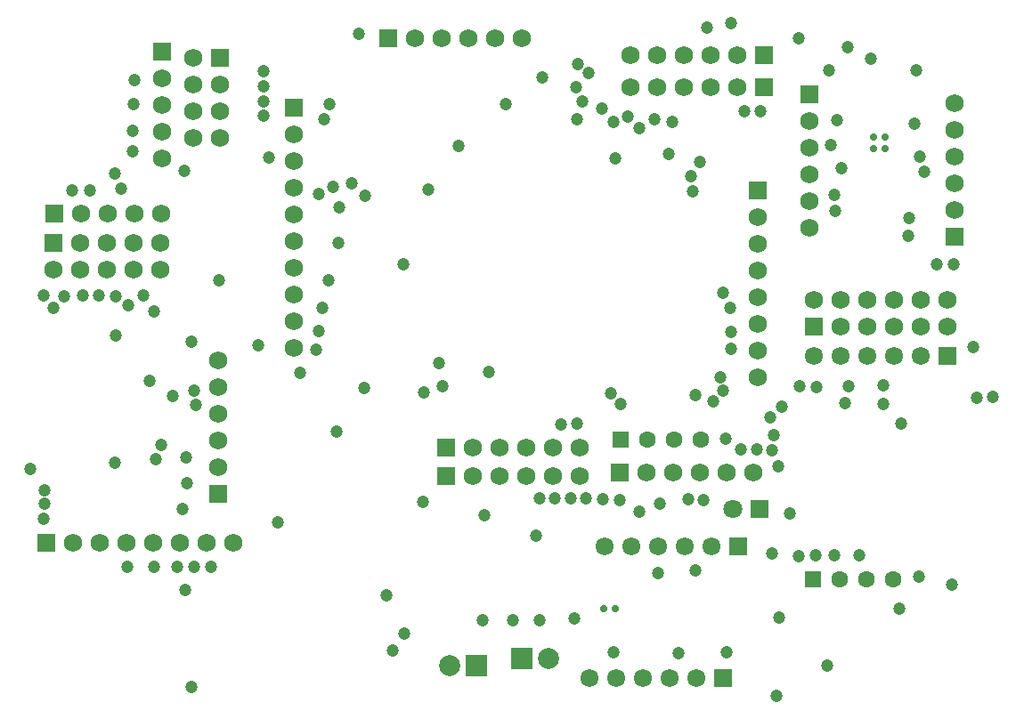
<source format=gbs>
G04 Layer_Color=16711935*
%FSLAX44Y44*%
%MOMM*%
G71*
G01*
G75*
%ADD107C,1.2032*%
%ADD140R,2.0032X2.0032*%
%ADD141C,2.0032*%
%ADD142R,1.7532X1.7532*%
%ADD143C,1.7532*%
%ADD144R,1.7232X1.7232*%
%ADD145C,1.7232*%
%ADD146R,1.7532X1.7532*%
%ADD147C,1.6032*%
%ADD148R,1.6032X1.6032*%
%ADD149R,1.8032X1.8032*%
%ADD150C,1.8032*%
%ADD151C,0.7032*%
D107*
X837500Y-48500D02*
D03*
X238000Y380500D02*
D03*
X233500Y434000D02*
D03*
Y420250D02*
D03*
Y448250D02*
D03*
Y462500D02*
D03*
X285500Y346000D02*
D03*
X157750Y368250D02*
D03*
X92000Y365750D02*
D03*
X98000Y351000D02*
D03*
X108750Y386750D02*
D03*
X68000Y349500D02*
D03*
X51250Y349750D02*
D03*
X324000Y498000D02*
D03*
X677500Y508500D02*
D03*
X655000Y504500D02*
D03*
X108750Y406000D02*
D03*
X294750Y263500D02*
D03*
X109250Y431250D02*
D03*
X536500Y434250D02*
D03*
X579500Y419750D02*
D03*
X590500Y409000D02*
D03*
X605000Y416750D02*
D03*
X621500Y414250D02*
D03*
X705750Y424750D02*
D03*
X690750Y424500D02*
D03*
X385967Y157000D02*
D03*
X403250Y162750D02*
D03*
X268250Y175750D02*
D03*
X810500Y474250D02*
D03*
X778250Y416500D02*
D03*
X770500Y463250D02*
D03*
X419000Y391500D02*
D03*
X722250Y87250D02*
D03*
X726250Y143750D02*
D03*
X714750Y133750D02*
D03*
X718250Y116500D02*
D03*
X687000Y103000D02*
D03*
X716250Y101750D02*
D03*
X702000Y103000D02*
D03*
X672500Y113500D02*
D03*
X927000Y153250D02*
D03*
X447750Y177000D02*
D03*
X789041Y163267D02*
D03*
X786040Y146766D02*
D03*
X822250Y145750D02*
D03*
X822500Y164000D02*
D03*
X610000Y51500D02*
D03*
X651000Y55000D02*
D03*
X637250Y55500D02*
D03*
X366750Y-72500D02*
D03*
X11750Y84750D02*
D03*
X24500Y64250D02*
D03*
X24750Y51250D02*
D03*
X24250Y37000D02*
D03*
X356250Y-88750D02*
D03*
X443500Y40500D02*
D03*
X529000Y-57750D02*
D03*
X441250Y-59250D02*
D03*
X470250Y-60000D02*
D03*
X495500Y-59500D02*
D03*
X643750Y-12000D02*
D03*
X565500Y-89750D02*
D03*
X608500Y-15000D02*
D03*
X783000Y370250D02*
D03*
X772790Y392278D02*
D03*
X531500Y127750D02*
D03*
X516000Y126500D02*
D03*
X572750Y146500D02*
D03*
X563530Y156266D02*
D03*
X839250Y127250D02*
D03*
X758750Y162500D02*
D03*
X743039Y162767D02*
D03*
X888000Y-25750D02*
D03*
X741750Y1750D02*
D03*
X776250Y2000D02*
D03*
X757750Y2250D02*
D03*
X911500Y151750D02*
D03*
X856250Y-18500D02*
D03*
X800000Y2500D02*
D03*
X190500Y264250D02*
D03*
X43500Y249000D02*
D03*
X776750Y330000D02*
D03*
X776000Y345250D02*
D03*
X677750Y214500D02*
D03*
X667500Y171500D02*
D03*
X669750Y158750D02*
D03*
X660750Y149000D02*
D03*
X670000Y251750D02*
D03*
X676750Y237250D02*
D03*
X677750Y198750D02*
D03*
X857000Y381250D02*
D03*
X861750Y367250D02*
D03*
X852000Y412500D02*
D03*
X641250Y348750D02*
D03*
X365750Y279000D02*
D03*
X389750Y350250D02*
D03*
X135500Y107250D02*
D03*
X846000Y306500D02*
D03*
X847250Y323500D02*
D03*
X643750Y154500D02*
D03*
X492250Y21250D02*
D03*
X164750Y-122750D02*
D03*
X385000Y53000D02*
D03*
X247000Y33250D02*
D03*
X302750Y120000D02*
D03*
X329000Y161000D02*
D03*
X283000Y198000D02*
D03*
X285250Y216000D02*
D03*
X289000Y238000D02*
D03*
X639500Y363000D02*
D03*
X648000Y376125D02*
D03*
X618000Y383750D02*
D03*
X567750Y379500D02*
D03*
X317250Y356250D02*
D03*
X329750Y344500D02*
D03*
X304250Y299500D02*
D03*
X305000Y333250D02*
D03*
X299250Y353000D02*
D03*
X155750Y46250D02*
D03*
X183000Y-8500D02*
D03*
X129000D02*
D03*
X103750D02*
D03*
X130500Y93250D02*
D03*
X160750Y70750D02*
D03*
X159250Y95000D02*
D03*
X167000Y159000D02*
D03*
X61000Y249750D02*
D03*
X92500Y249000D02*
D03*
X76750Y249250D02*
D03*
X168500Y145500D02*
D03*
X147000Y153500D02*
D03*
X125000Y167750D02*
D03*
X118750Y249250D02*
D03*
X92250Y211250D02*
D03*
X33750Y237500D02*
D03*
X24000Y249500D02*
D03*
X104250Y240500D02*
D03*
X296000Y431500D02*
D03*
X290500Y417250D02*
D03*
X164750Y205000D02*
D03*
X228000Y202000D02*
D03*
X565750Y414500D02*
D03*
X554500Y427250D02*
D03*
X542500Y461250D02*
D03*
X532000Y469500D02*
D03*
X530250Y447750D02*
D03*
X531250Y417000D02*
D03*
X497750Y457000D02*
D03*
X463500Y431750D02*
D03*
X400250Y185250D02*
D03*
X350000Y-35500D02*
D03*
X167000Y-8500D02*
D03*
X151000D02*
D03*
X158750Y-30500D02*
D03*
X129000Y234000D02*
D03*
X495250Y56000D02*
D03*
X510250D02*
D03*
X525500D02*
D03*
X590250Y43750D02*
D03*
X540000Y56000D02*
D03*
X555750Y55500D02*
D03*
X572000Y55000D02*
D03*
X788250Y486000D02*
D03*
X907750Y200750D02*
D03*
X742250Y493750D02*
D03*
X733500Y42250D02*
D03*
X110500Y454250D02*
D03*
X627750Y-90500D02*
D03*
X717000Y3500D02*
D03*
X721250Y-131250D02*
D03*
X723250Y-57000D02*
D03*
X769000Y-102500D02*
D03*
X873250Y279000D02*
D03*
X889500Y279500D02*
D03*
X853500Y463750D02*
D03*
X91900Y90500D02*
D03*
X673500Y-89750D02*
D03*
D140*
X478300Y-96000D02*
D03*
X435250Y-102500D02*
D03*
D141*
X503700Y-96000D02*
D03*
X409850Y-102500D02*
D03*
D142*
X756700Y219600D02*
D03*
X26750Y14000D02*
D03*
X33700Y299500D02*
D03*
X34100Y327750D02*
D03*
X406800Y77250D02*
D03*
X571500Y80750D02*
D03*
X406900Y104500D02*
D03*
X351400Y493750D02*
D03*
X708850Y477625D02*
D03*
Y447250D02*
D03*
D143*
X782100Y219600D02*
D03*
X807500D02*
D03*
X832900D02*
D03*
X858300D02*
D03*
X883700D02*
D03*
X756700Y245000D02*
D03*
X782100D02*
D03*
X807500D02*
D03*
X832900D02*
D03*
X858300D02*
D03*
X883700D02*
D03*
X204550Y14000D02*
D03*
X179150D02*
D03*
X153750D02*
D03*
X128350D02*
D03*
X102950D02*
D03*
X77550D02*
D03*
X52150D02*
D03*
X889750Y432000D02*
D03*
Y406600D02*
D03*
Y381200D02*
D03*
Y355800D02*
D03*
Y330400D02*
D03*
X752000Y313450D02*
D03*
Y338850D02*
D03*
Y364250D02*
D03*
Y389650D02*
D03*
Y415050D02*
D03*
X59100Y299500D02*
D03*
X84500D02*
D03*
X109900D02*
D03*
X135300D02*
D03*
X33700Y274100D02*
D03*
X59100D02*
D03*
X84500D02*
D03*
X109900D02*
D03*
X135300D02*
D03*
X135700Y327750D02*
D03*
X110300D02*
D03*
X84900D02*
D03*
X59500D02*
D03*
X533800Y77250D02*
D03*
X508400D02*
D03*
X483000D02*
D03*
X457600D02*
D03*
X432200D02*
D03*
X698500Y80750D02*
D03*
X673100D02*
D03*
X647700D02*
D03*
X622300D02*
D03*
X596900D02*
D03*
X533900Y104500D02*
D03*
X508500D02*
D03*
X483100D02*
D03*
X457700D02*
D03*
X432300D02*
D03*
X189750Y187250D02*
D03*
Y161850D02*
D03*
Y136450D02*
D03*
Y111050D02*
D03*
Y85650D02*
D03*
X478400Y493750D02*
D03*
X453000D02*
D03*
X427600D02*
D03*
X402200D02*
D03*
X376800D02*
D03*
X581850Y477625D02*
D03*
X607250D02*
D03*
X632650D02*
D03*
X658050D02*
D03*
X683450D02*
D03*
X581850Y447250D02*
D03*
X607250D02*
D03*
X632650D02*
D03*
X658050D02*
D03*
X683450D02*
D03*
X261750Y402650D02*
D03*
Y377250D02*
D03*
Y351850D02*
D03*
Y326450D02*
D03*
Y301050D02*
D03*
Y275650D02*
D03*
Y250250D02*
D03*
Y224850D02*
D03*
Y199450D02*
D03*
X703250Y171950D02*
D03*
Y197350D02*
D03*
Y222750D02*
D03*
Y248150D02*
D03*
Y273550D02*
D03*
Y298950D02*
D03*
Y324350D02*
D03*
X136500Y379700D02*
D03*
Y405100D02*
D03*
Y430500D02*
D03*
Y455900D02*
D03*
X166350Y399000D02*
D03*
Y424400D02*
D03*
Y449800D02*
D03*
Y475200D02*
D03*
X191750Y399000D02*
D03*
Y424400D02*
D03*
Y449800D02*
D03*
D144*
X883700Y191500D02*
D03*
X670300Y-114750D02*
D03*
X684800Y10750D02*
D03*
D145*
X858300Y191500D02*
D03*
X832900D02*
D03*
X807500D02*
D03*
X782100D02*
D03*
X756700D02*
D03*
X543300Y-114750D02*
D03*
X568700D02*
D03*
X594100D02*
D03*
X619500D02*
D03*
X644900D02*
D03*
X557800Y10750D02*
D03*
X583200D02*
D03*
X608600D02*
D03*
X634000D02*
D03*
X659400D02*
D03*
D146*
X889750Y305000D02*
D03*
X752000Y440450D02*
D03*
X189750Y60250D02*
D03*
X261750Y428050D02*
D03*
X703250Y349750D02*
D03*
X136500Y481300D02*
D03*
X191750Y475200D02*
D03*
D147*
X806600Y-21000D02*
D03*
X781200D02*
D03*
X832000D02*
D03*
X623250Y112250D02*
D03*
X597850D02*
D03*
X648650D02*
D03*
D148*
X755800Y-21000D02*
D03*
X572450Y112250D02*
D03*
D149*
X704450Y46250D02*
D03*
D150*
X679050D02*
D03*
D151*
X567250Y-48750D02*
D03*
X556250D02*
D03*
X824000Y388750D02*
D03*
X813000D02*
D03*
X824000Y399750D02*
D03*
X813000D02*
D03*
M02*

</source>
